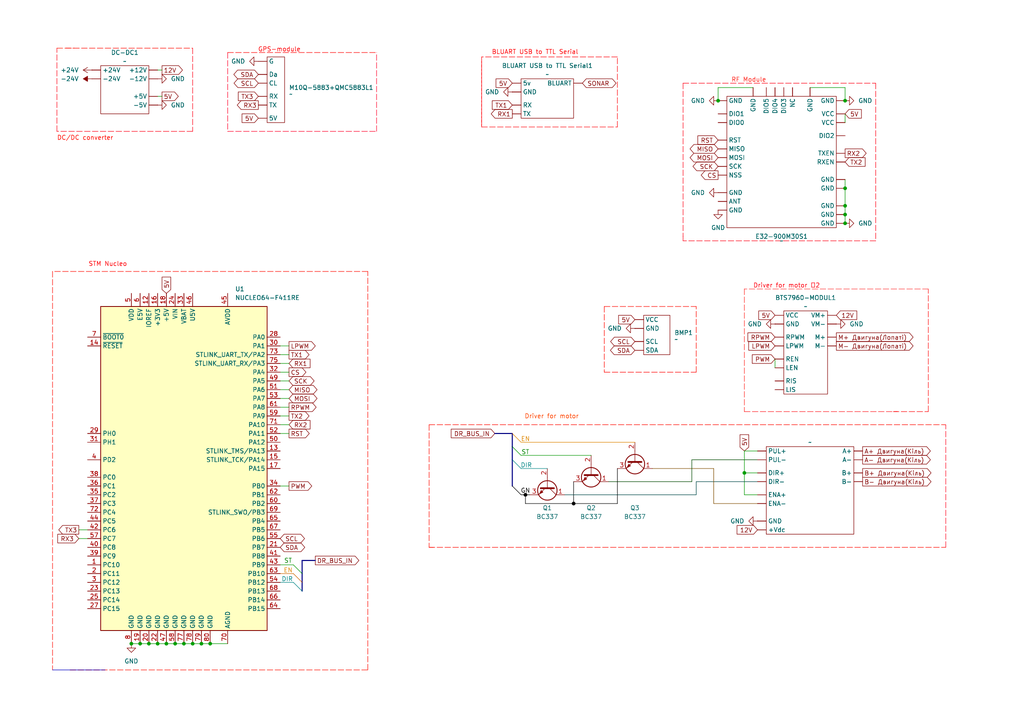
<source format=kicad_sch>
(kicad_sch (version 20250114) (generator "eeschema") (generator_version "9.0")
  (paper "A4")
  (lib_symbols
    (symbol "MCU_Module:NUCLEO64-F411RE"
      (property "Reference" "U" (at -17.78 50.165 0))
      (property "Value" "NUCLEO64-F411RE" (at -17.78 48.26 0))
      (symbol "NUCLEO64-F411RE_0_1"
        (rectangle (start -24.13 -46.99) (end 24.13 46.99) (stroke (width 0.254)) (fill (type background)))
      )
      (symbol "NUCLEO64-F411RE_1_1"
        (pin input line (at -27.94 38.1 0) (length 3.81) (name "~{BOOT0}") (number "7"))
        (pin input line (at -27.94 35.56 0) (length 3.81) (name "~{RESET}") (number "14"))
        (pin bidirectional line (at -27.94 10.16 0) (length 3.81) (name "PH0") (number "29"))
        (pin bidirectional line (at -27.94 7.62 0) (length 3.81) (name "PH1") (number "31"))
        (pin bidirectional line (at -27.94 2.54 0) (length 3.81) (name "PD2") (number "4"))
        (pin bidirectional line (at -27.94 -2.54 0) (length 3.81) (name "PC0") (number "38"))
        (pin bidirectional line (at -27.94 -5.08 0) (length 3.81) (name "PC1") (number "36"))
        (pin bidirectional line (at -27.94 -7.62 0) (length 3.81) (name "PC2") (number "35"))
        (pin bidirectional line (at -27.94 -10.16 0) (length 3.81) (name "PC3") (number "37"))
        (pin bidirectional line (at -27.94 -12.7 0) (length 3.81) (name "PC4") (number "72"))
        (pin bidirectional line (at -27.94 -15.24 0) (length 3.81) (name "PC5") (number "44"))
        (pin bidirectional line (at -27.94 -17.78 0) (length 3.81) (name "PC6") (number "42"))
        (pin bidirectional line (at -27.94 -20.32 0) (length 3.81) (name "PC7") (number "57"))
        (pin bidirectional line (at -27.94 -22.86 0) (length 3.81) (name "PC8") (number "40"))
        (pin bidirectional line (at -27.94 -25.4 0) (length 3.81) (name "PC9") (number "39"))
        (pin bidirectional line (at -27.94 -27.94 0) (length 3.81) (name "PC10") (number "1"))
        (pin bidirectional line (at -27.94 -30.48 0) (length 3.81) (name "PC11") (number "2"))
        (pin bidirectional line (at -27.94 -33.02 0) (length 3.81) (name "PC12") (number "3"))
        (pin bidirectional line (at -27.94 -35.56 0) (length 3.81) (name "PC13") (number "23"))
        (pin bidirectional line (at -27.94 -38.1 0) (length 3.81) (name "PC14") (number "25"))
        (pin bidirectional line (at -27.94 -40.64 0) (length 3.81) (name "PC15") (number "27"))
        (pin no_connect line (at -24.13 33.02 0) (length 3.81) (hide yes) (name "NC") (number "56"))
        (pin no_connect line (at -24.13 30.48 0) (length 3.81) (hide yes) (name "NC") (number "74"))
        (pin no_connect line (at -24.13 27.94 0) (length 3.81) (hide yes) (name "NC") (number "76"))
        (pin no_connect line (at -24.13 25.4 0) (length 3.81) (hide yes) (name "NC") (number "48"))
        (pin no_connect line (at -24.13 22.86 0) (length 3.81) (hide yes) (name "NC") (number "26"))
        (pin no_connect line (at -24.13 20.32 0) (length 3.81) (hide yes) (name "NC") (number "10"))
        (pin no_connect line (at -24.13 17.78 0) (length 3.81) (hide yes) (name "NC") (number "9"))
        (pin no_connect line (at -24.13 15.24 0) (length 3.81) (hide yes) (name "NC") (number "11"))
        (pin power_in line (at -15.24 50.8 270) (length 3.81) (name "VDD") (number "5"))
        (pin power_in line (at -15.24 -50.8 90) (length 3.81) (name "GND") (number "8"))
        (pin power_in line (at -12.7 50.8 270) (length 3.81) (name "E5V") (number "6"))
        (pin power_in line (at -12.7 -50.8 90) (length 3.81) (name "GND") (number "19"))
        (pin power_in line (at -10.16 50.8 270) (length 3.81) (name "IOREF") (number "12"))
        (pin power_in line (at -10.16 -50.8 90) (length 3.81) (name "GND") (number "20"))
        (pin power_in line (at -7.62 50.8 270) (length 3.81) (name "+3V3") (number "16"))
        (pin power_in line (at -7.62 -50.8 90) (length 3.81) (name "GND") (number "22"))
        (pin power_in line (at -5.08 50.8 270) (length 3.81) (name "+5V") (number "18"))
        (pin power_in line (at -5.08 -50.8 90) (length 3.81) (name "GND") (number "47"))
        (pin power_in line (at -2.54 50.8 270) (length 3.81) (name "VIN") (number "24"))
        (pin power_in line (at -2.54 -50.8 90) (length 3.81) (name "GND") (number "58"))
        (pin power_in line (at 0 50.8 270) (length 3.81) (name "VBAT") (number "33"))
        (pin power_in line (at 0 -50.8 90) (length 3.81) (name "GND") (number "77"))
        (pin power_in line (at 2.54 50.8 270) (length 3.81) (name "U5V") (number "46"))
        (pin power_in line (at 2.54 -50.8 90) (length 3.81) (name "GND") (number "78"))
        (pin power_in line (at 5.08 -50.8 90) (length 3.81) (name "GND") (number "79"))
        (pin power_in line (at 7.62 -50.8 90) (length 3.81) (name "GND") (number "80"))
        (pin power_in line (at 12.7 50.8 270) (length 3.81) (name "AVDD") (number "45"))
        (pin power_in line (at 12.7 -50.8 90) (length 3.81) (name "AGND") (number "70"))
        (pin bidirectional line (at 27.94 38.1 180) (length 3.81) (name "PA0") (number "28"))
        (pin bidirectional line (at 27.94 35.56 180) (length 3.81) (name "PA1") (number "30"))
        (pin bidirectional line (at 27.94 33.02 180) (length 3.81) (name "STLINK_UART_TX/PA2") (number "73"))
        (pin bidirectional line (at 27.94 30.48 180) (length 3.81) (name "STLINK_UART_RX/PA3") (number "75"))
        (pin bidirectional line (at 27.94 27.94 180) (length 3.81) (name "PA4") (number "32"))
        (pin bidirectional line (at 27.94 25.4 180) (length 3.81) (name "PA5") (number "49"))
        (pin bidirectional line (at 27.94 22.86 180) (length 3.81) (name "PA6") (number "51"))
        (pin bidirectional line (at 27.94 20.32 180) (length 3.81) (name "PA7") (number "53"))
        (pin bidirectional line (at 27.94 17.78 180) (length 3.81) (name "PA8") (number "61"))
        (pin bidirectional line (at 27.94 15.24 180) (length 3.81) (name "PA9") (number "59"))
        (pin bidirectional line (at 27.94 12.7 180) (length 3.81) (name "PA10") (number "71"))
        (pin bidirectional line (at 27.94 10.16 180) (length 3.81) (name "PA11") (number "52"))
        (pin bidirectional line (at 27.94 7.62 180) (length 3.81) (name "PA12") (number "50"))
        (pin bidirectional line (at 27.94 5.08 180) (length 3.81) (name "STLINK_TMS/PA13") (number "13"))
        (pin bidirectional line (at 27.94 2.54 180) (length 3.81) (name "STLINK_TCK/PA14") (number "15"))
        (pin bidirectional line (at 27.94 0 180) (length 3.81) (name "PA15") (number "17"))
        (pin bidirectional line (at 27.94 -5.08 180) (length 3.81) (name "PB0") (number "34"))
        (pin bidirectional line (at 27.94 -7.62 180) (length 3.81) (name "PB1") (number "62"))
        (pin bidirectional line (at 27.94 -10.16 180) (length 3.81) (name "PB2") (number "60"))
        (pin bidirectional line (at 27.94 -12.7 180) (length 3.81) (name "STLINK_SWO/PB3") (number "69"))
        (pin bidirectional line (at 27.94 -15.24 180) (length 3.81) (name "PB4") (number "65"))
        (pin bidirectional line (at 27.94 -17.78 180) (length 3.81) (name "PB5") (number "67"))
        (pin bidirectional line (at 27.94 -20.32 180) (length 3.81) (name "PB6") (number "55"))
        (pin bidirectional line (at 27.94 -22.86 180) (length 3.81) (name "PB7") (number "21"))
        (pin bidirectional line (at 27.94 -25.4 180) (length 3.81) (name "PB8") (number "41"))
        (pin bidirectional line (at 27.94 -27.94 180) (length 3.81) (name "PB9") (number "43"))
        (pin bidirectional line (at 27.94 -30.48 180) (length 3.81) (name "PB10") (number "63"))
        (pin bidirectional line (at 27.94 -33.02 180) (length 3.81) (name "PB12") (number "54"))
        (pin bidirectional line (at 27.94 -35.56 180) (length 3.81) (name "PB13") (number "68"))
        (pin bidirectional line (at 27.94 -38.1 180) (length 3.81) (name "PB14") (number "66"))
        (pin bidirectional line (at 27.94 -40.64 180) (length 3.81) (name "PB15") (number "64"))
      )
    )
    (symbol "New_Library:BLUART_USB_to_TTL_Serial"
      (property "Reference" "BLUART USB to TTL Serial" (at -5.842 14.478 0))
      (symbol "BLUART_USB_to_TTL_Serial_0_1"
        (rectangle (start -12.7 12.7) (end 2.54 1.27))
      )
      (symbol "BLUART_USB_to_TTL_Serial_1_1"
        (pin power_in line (at -15.24 11.43 0) (length 2.54) (name "5v") (number ""))
        (pin power_in line (at -15.24 8.89 0) (length 2.54) (name "GND") (number ""))
        (pin input line (at -15.24 5.08 0) (length 2.54) (name "RX") (number ""))
        (pin output line (at -15.24 2.54 0) (length 2.54) (name "TX") (number ""))
        (pin bidirectional line (at 5.08 11.43 180) (length 2.54) (name "BLUART") (number ""))
      )
    )
    (symbol "New_Library:BMP280"
      (property "Reference" "BMP280" (at -0.254 10.922 0))
      (symbol "BMP280_0_1"
        (rectangle (start -3.81 8.89) (end 3.81 -2.54))
      )
      (symbol "BMP280_1_1"
        (pin power_in line (at -6.35 7.62 0) (length 2.54) (name "VCC") (number ""))
        (pin power_in line (at -6.35 5.08 0) (length 2.54) (name "GND") (number ""))
        (pin bidirectional line (at -6.35 1.27 0) (length 2.54) (name "SCL") (number ""))
        (pin bidirectional line (at -6.35 -1.27 0) (length 2.54) (name "SDA") (number ""))
      )
    )
    (symbol "New_Library:DC-DC_каскад"
      (property "Reference" "DC-DC" (at -0.508 -0.254 0))
      (symbol "DC-DC_каскад_0_1"
        (rectangle (start -7.62 6.35) (end 6.35 -7.62))
      )
      (symbol "DC-DC_каскад_1_1"
        (pin power_in line (at -10.16 5.08 0) (length 2.54) (name "+24V") (number ""))
        (pin power_in line (at -10.16 2.54 0) (length 2.54) (name "-24V") (number ""))
        (pin power_out line (at 8.89 5.08 180) (length 2.54) (name "+12V") (number ""))
        (pin power_out line (at 8.89 2.54 180) (length 2.54) (name "-12V") (number ""))
        (pin power_out line (at 8.89 -2.54 180) (length 2.54) (name "+5V") (number ""))
        (pin power_out line (at 8.89 -5.08 180) (length 2.54) (name "-5V") (number ""))
      )
    )
    (symbol "New_Library:DM542"
      (symbol "DM542_0_1"
        (rectangle (start -12.7 10.16) (end 12.7 -15.24))
      )
      (symbol "DM542_1_1"
        (pin input line (at -15.24 8.89 0) (length 2.54) (name "PUL+") (number ""))
        (pin input line (at -15.24 6.35 0) (length 2.54) (name "PUL-") (number ""))
        (pin input line (at -15.24 2.54 0) (length 2.54) (name "DIR+") (number ""))
        (pin input line (at -15.24 0 0) (length 2.54) (name "DIR-") (number ""))
        (pin input line (at -15.24 -3.81 0) (length 2.54) (name "ENA+") (number ""))
        (pin input line (at -15.24 -6.35 0) (length 2.54) (name "ENA-") (number ""))
        (pin power_in line (at -15.24 -11.43 0) (length 2.54) (name "GND") (number ""))
        (pin power_in line (at -15.24 -13.97 0) (length 2.54) (name "+Vdc") (number ""))
        (pin output line (at 15.24 8.89 180) (length 2.54) (name "A+") (number ""))
        (pin output line (at 15.24 6.35 180) (length 2.54) (name "A-") (number ""))
        (pin output line (at 15.24 2.54 180) (length 2.54) (name "B+") (number ""))
        (pin output line (at 15.24 0 180) (length 2.54) (name "B-") (number ""))
      )
    )
    (symbol "New_Library:E32-900M30S"
      (property "Reference" "E32-900M30S" (at -1.778 -0.508 0))
      (symbol "E32-900M30S_0_1"
        (rectangle (start -17.78 19.05) (end 13.97 -19.05))
      )
      (symbol "E32-900M30S_1_1"
        (pin power_in line (at -20.32 17.78 0) (length 2.54) (name "GND") (number ""))
        (pin bidirectional line (at -20.32 13.97 0) (length 2.54) (name "DIO1") (number ""))
        (pin bidirectional line (at -20.32 11.43 0) (length 2.54) (name "DIO0") (number ""))
        (pin input line (at -20.32 6.35 0) (length 2.54) (name "RST") (number ""))
        (pin input line (at -20.32 3.81 0) (length 2.54) (name "MISO") (number ""))
        (pin output line (at -20.32 1.27 0) (length 2.54) (name "MOSI") (number ""))
        (pin input line (at -20.32 -1.27 0) (length 2.54) (name "SCK") (number ""))
        (pin input line (at -20.32 -3.81 0) (length 2.54) (name "NSS") (number ""))
        (pin power_in line (at -20.32 -8.89 0) (length 2.54) (name "GND") (number ""))
        (pin input line (at -20.32 -11.43 0) (length 2.54) (name "ANT") (number ""))
        (pin power_in line (at -20.32 -13.97 0) (length 2.54) (name "GND") (number ""))
        (pin power_in line (at -10.16 21.59 270) (length 2.54) (name "GND") (number ""))
        (pin bidirectional line (at -6.35 21.59 270) (length 2.54) (name "DIO5") (number ""))
        (pin bidirectional line (at -3.81 21.59 270) (length 2.54) (name "DIO4") (number ""))
        (pin bidirectional line (at -1.27 21.59 270) (length 2.54) (name "DIO3") (number ""))
        (pin free line (at 1.27 21.59 270) (length 2.54) (name "NC") (number ""))
        (pin power_in line (at 6.35 21.59 270) (length 2.54) (name "GND") (number ""))
        (pin power_in line (at 16.51 17.78 180) (length 2.54) (name "GND") (number ""))
        (pin power_in line (at 16.51 13.97 180) (length 2.54) (name "VCC") (number ""))
        (pin power_in line (at 16.51 11.43 180) (length 2.54) (name "VCC") (number ""))
        (pin bidirectional line (at 16.51 7.62 180) (length 2.54) (name "DIO2") (number ""))
        (pin bidirectional line (at 16.51 2.54 180) (length 2.54) (name "TXEN") (number ""))
        (pin bidirectional line (at 16.51 0 180) (length 2.54) (name "RXEN") (number ""))
        (pin power_in line (at 16.51 -5.08 180) (length 2.54) (name "GND") (number ""))
        (pin power_in line (at 16.51 -7.62 180) (length 2.54) (name "GND") (number ""))
        (pin power_in line (at 16.51 -12.7 180) (length 2.54) (name "GND") (number ""))
        (pin power_in line (at 16.51 -15.24 180) (length 2.54) (name "GND") (number ""))
        (pin power_in line (at 16.51 -17.78 180) (length 2.54) (name "GND") (number ""))
      )
    )
    (symbol "New_Library:M10Q-5883_+_QMC5883L"
      (property "Reference" "M10Q-5883+QMC5883L" (at -5.08 17.018 0))
      (symbol "M10Q-5883_+_QMC5883L_0_1"
        (rectangle (start -6.35 15.24) (end -1.27 -3.81))
      )
      (symbol "M10Q-5883_+_QMC5883L_1_1"
        (pin power_in line (at -8.89 13.97 0) (length 2.54) (name "G") (number ""))
        (pin bidirectional line (at -8.89 10.16 0) (length 2.54) (name "Da") (number ""))
        (pin bidirectional line (at -8.89 7.62 0) (length 2.54) (name "CL") (number ""))
        (pin bidirectional line (at -8.89 3.81 0) (length 2.54) (name "RX") (number ""))
        (pin bidirectional line (at -8.89 1.27 0) (length 2.54) (name "TX") (number ""))
        (pin power_in line (at -8.89 -2.54 0) (length 2.54) (name "5V") (number ""))
      )
    )
    (symbol "New_Library:bts7960"
      (property "Reference" "BTS7960-MODUL" (at 0 9.144 0))
      (symbol "bts7960_0_1"
        (rectangle (start -6.35 7.62) (end 6.35 -16.51))
      )
      (symbol "bts7960_1_1"
        (pin power_in line (at -8.89 6.35 0) (length 2.54) (name "VCC") (number ""))
        (pin power_in line (at -8.89 3.81 0) (length 2.54) (name "GND") (number ""))
        (pin input line (at -8.89 0 0) (length 2.54) (name "RPWM") (number ""))
        (pin input line (at -8.89 -2.54 0) (length 2.54) (name "LPWM") (number ""))
        (pin input line (at -8.89 -6.35 0) (length 2.54) (name "REN") (number ""))
        (pin input line (at -8.89 -8.89 0) (length 2.54) (name "LEN") (number ""))
        (pin input line (at -8.89 -12.7 0) (length 2.54) (name "RIS") (number ""))
        (pin input line (at -8.89 -15.24 0) (length 2.54) (name "LIS") (number ""))
        (pin power_in line (at 8.89 6.35 180) (length 2.54) (name "VM+") (number ""))
        (pin power_in line (at 8.89 3.81 180) (length 2.54) (name "VM-") (number ""))
        (pin power_in line (at 8.89 0 180) (length 2.54) (name "M+") (number ""))
        (pin power_in line (at 8.89 -2.54 180) (length 2.54) (name "M-") (number ""))
      )
    )
    (symbol "Transistor_BJT:BC337" (pin_names (offset 0) (hide yes))
      (property "Reference" "Q" (at 5.08 1.905 0))
      (property "Value" "BC337" (at 5.08 0 0))
      (symbol "BC337_0_1"
        (polyline (pts (xy -2.54 0) (xy 0.635 0)))
        (polyline (pts (xy 0.635 1.905) (xy 0.635 -1.905)) (stroke (width 0.508)))
        (circle (center 1.27 0) (radius 2.8194) (stroke (width 0.254)))
      )
      (symbol "BC337_1_1"
        (polyline (pts (xy 0.635 0.635) (xy 2.54 2.54)))
        (polyline (pts (xy 0.635 -0.635) (xy 2.54 -2.54)))
        (polyline (pts (xy 1.27 -1.778) (xy 1.778 -1.27) (xy 2.286 -2.286) (xy 1.27 -1.778)) (fill (type outline)))
        (pin input line (at -5.08 0 0) (length 2.54) (name "B") (number "2"))
        (pin passive line (at 2.54 5.08 270) (length 2.54) (name "C") (number "1"))
        (pin passive line (at 2.54 -5.08 90) (length 2.54) (name "E") (number "3"))
      )
    )
    (symbol "power:+24V" (power) (pin_numbers (hide yes)) (pin_names (offset 0) (hide yes))
      (property "Value" "+24V" (at 0 3.556 0))
      (symbol "+24V_0_1"
        (polyline (pts (xy -0.762 1.27) (xy 0 2.54)))
        (polyline (pts (xy 0 2.54) (xy 0.762 1.27)))
        (polyline (pts (xy 0 0) (xy 0 2.54)))
      )
      (symbol "+24V_1_1"
        (pin power_in line (at 0 0 90) (length 0) (name "~") (number "1"))
      )
    )
    (symbol "power:-24V" (power) (pin_numbers (hide yes)) (pin_names (offset 0) (hide yes))
      (property "Value" "-24V" (at 0 3.556 0))
      (symbol "-24V_0_0"
        (pin power_in line (at 0 0 90) (length 0) (name "~") (number "1"))
      )
      (symbol "-24V_0_1"
        (polyline (pts (xy 0 0) (xy 0 1.27) (xy 0.762 1.27) (xy 0 2.54) (xy -0.762 1.27) (xy 0 1.27)) (fill (type outline)))
      )
    )
    (symbol "power:GND" (power) (pin_numbers (hide yes)) (pin_names (offset 0) (hide yes))
      (property "Value" "GND" (at 0 -3.81 0))
      (symbol "GND_0_1"
        (polyline (pts (xy 0 0) (xy 0 -1.27) (xy 1.27 -1.27) (xy 0 -2.54) (xy -1.27 -1.27) (xy 0 -1.27)))
      )
      (symbol "GND_1_1"
        (pin power_in line (at 0 0 270) (length 0) (name "~") (number "1"))
      )
    )
  )
  (text "ST" (at 152.4 131.318 0) (effects (font (size 1.27 1.27))))
  (text "GN" (at 152.4 142.494 0) (effects (font (size 1.27 1.27))))
  (text "DC/DC converter   " (at 26.162 40.132 0) (effects (font (size 1.27 1.27))))
  (text "EN\n" (at 152.4 127.508 0) (effects (font (size 1.27 1.27))))
  (text "DIR" (at 152.654 135.128 0) (effects (font (size 1.27 1.27))))
  (text "GPS-module" (at 81.026 14.478 0) (effects (font (size 1.27 1.27))))
  (text "Driver for motor" (at 160.02 120.904 0) (effects (font (size 1.27 1.27))))
  (text "STM Nucleo " (at 31.75 76.708 0) (effects (font (size 1.27 1.27))))
  (text "BLUART USB to TTL Serial" (at 155.194 15.24 0) (effects (font (size 1.27 1.27))))
  (text "ST" (at 83.566 162.814 0) (effects (font (size 1.27 1.27))))
  (text "EN\n" (at 83.566 165.608 0) (effects (font (size 1.27 1.27))))
  (text "DIR" (at 83.312 168.148 0) (effects (font (size 1.27 1.27))))
  (junction (at 60.96 186.69))
  (junction (at 55.88 186.69))
  (junction (at 45.72 186.69))
  (junction (at 245.11 29.21))
  (junction (at 215.9 137.16))
  (junction (at 208.28 29.21))
  (junction (at 53.34 186.69))
  (junction (at 58.42 186.69))
  (junction (at 245.11 62.23))
  (junction (at 245.11 64.77))
  (junction (at 245.11 59.69))
  (junction (at 43.18 186.69))
  (junction (at 50.8 186.69))
  (junction (at 48.26 186.69))
  (junction (at 166.37 146.05) (color 0 0 0 1))
  (junction (at 38.1 186.69))
  (junction (at 245.11 54.61))
  (junction (at 152.4 143.51) (color 0 0 0 1))
  (junction (at 40.64 186.69))
  (bus_entry (at 85.09 163.83) (size 2.54 2.54))
  (bus_entry (at 148.59 129.54) (size 2.54 2.54))
  (bus_entry (at 85.09 168.91) (size 2.54 2.54) (stroke (width 0) (color 0 132 132 1)))
  (bus_entry (at 148.59 125.73) (size 2.54 2.54) (stroke (width 0) (color 221 133 0 1)))
  (bus_entry (at 148.59 133.35) (size 2.54 2.54) (stroke (width 0) (color 0 132 132 1)))
  (bus_entry (at 85.09 166.37) (size 2.54 2.54) (stroke (width 0) (color 204 102 0 1)))
  (bus_entry (at 148.59 140.97) (size 2.54 2.54) (stroke (width 0) (color 0 0 0 1)))
  (wire (pts (xy 83.82 123.19) (xy 81.28 123.19)))
  (wire (pts (xy 152.4 143.51) (xy 152.4 146.05)) (stroke (width 0) (color 0 0 0 1)))
  (polyline (pts (xy 106.68 194.31) (xy 106.68 78.74)) (stroke (width 0) (type dash) (color 255 10 0 1)))
  (wire (pts (xy 83.82 110.49) (xy 81.28 110.49)))
  (wire (pts (xy 179.07 135.89) (xy 179.07 146.05)) (stroke (width 0) (color 0 0 0 1)))
  (wire (pts (xy 50.8 186.69) (xy 48.26 186.69)))
  (polyline (pts (xy 109.22 38.1) (xy 109.22 15.24)) (stroke (width 0) (type dash) (color 255 0 40 1)))
  (bus (pts (xy 87.63 171.45) (xy 87.63 168.91)))
  (wire (pts (xy 81.28 166.37) (xy 85.09 166.37)) (stroke (width 0) (color 204 102 0 1)))
  (polyline (pts (xy 139.7 36.83) (xy 179.07 36.83)) (stroke (width 0) (type dash) (color 255 1 6 1)))
  (wire (pts (xy 22.86 153.67) (xy 25.4 153.67)))
  (polyline (pts (xy 198.12 68.58) (xy 198.12 69.85)) (stroke (width 0) (type dash) (color 255 5 24 1)))
  (polyline (pts (xy 175.26 107.95) (xy 201.93 107.95)) (stroke (width 0) (type dash) (color 255 0 1 1)))
  (polyline (pts (xy 215.9 119.38) (xy 260.35 119.38)) (stroke (width 0) (type dash) (color 255 28 33 1)))
  (wire (pts (xy 245.11 25.4) (xy 245.11 29.21)))
  (polyline (pts (xy 15.24 194.31) (xy 30.48 194.31)))
  (wire (pts (xy 83.82 140.97) (xy 81.28 140.97)))
  (polyline (pts (xy 198.12 24.13) (xy 198.12 68.58)) (stroke (width 0) (type dash) (color 255 0 20 1)))
  (wire (pts (xy 83.82 120.65) (xy 81.28 120.65)))
  (wire (pts (xy 176.53 139.7) (xy 200.66 139.7)) (stroke (width 0) (color 0 72 0 1)))
  (wire (pts (xy 215.9 130.81) (xy 219.71 130.81)))
  (polyline (pts (xy 124.46 158.75) (xy 274.32 158.75)) (stroke (width 0) (type dash) (color 255 9 0 1)))
  (wire (pts (xy 207.01 135.89) (xy 207.01 146.05)) (stroke (width 0) (color 128 77 0 1)))
  (polyline (pts (xy 179.07 36.83) (xy 179.07 16.51)) (stroke (width 0) (type dash) (color 255 1 6 1)))
  (bus (pts (xy 87.63 168.91) (xy 87.63 166.37)))
  (polyline (pts (xy 198.12 24.13) (xy 254 24.13)) (stroke (width 0) (type dash) (color 255 0 20 1)))
  (wire (pts (xy 166.37 146.05) (xy 179.07 146.05)) (stroke (width 0) (color 0 0 0 1)))
  (wire (pts (xy 245.11 59.69) (xy 245.11 62.23)))
  (wire (pts (xy 163.83 143.51) (xy 201.93 143.51)) (stroke (width 0) (color 0 72 72 1)))
  (wire (pts (xy 151.13 143.51) (xy 152.4 143.51)) (stroke (width 0) (color 0 0 0 1)))
  (polyline (pts (xy 106.68 78.74) (xy 15.24 78.74)) (stroke (width 0) (type dash) (color 255 10 0 1)))
  (polyline (pts (xy 19.05 13.97) (xy 55.88 13.97)) (stroke (width 0) (type dash) (color 255 9 1 1)))
  (bus (pts (xy 87.63 162.56) (xy 91.44 162.56)))
  (bus (pts (xy 148.59 125.73) (xy 148.59 129.54)))
  (polyline (pts (xy 269.24 119.38) (xy 269.24 83.82)) (stroke (width 0) (type dash) (color 255 18 20 1)))
  (wire (pts (xy 83.82 105.41) (xy 81.28 105.41)))
  (wire (pts (xy 53.34 186.69) (xy 50.8 186.69)))
  (bus (pts (xy 148.59 133.35) (xy 148.59 140.97)))
  (wire (pts (xy 245.11 33.02) (xy 245.11 35.56)))
  (polyline (pts (xy 215.9 83.82) (xy 215.9 119.38)) (stroke (width 0) (type dash) (color 255 38 32 1)))
  (wire (pts (xy 83.82 118.11) (xy 81.28 118.11)))
  (wire (pts (xy 201.93 143.51) (xy 201.93 139.7)) (stroke (width 0) (color 0 72 72 1)))
  (wire (pts (xy 200.66 133.35) (xy 219.71 133.35)) (stroke (width 0) (color 0 72 0 1)))
  (polyline (pts (xy 139.7 17.78) (xy 139.7 36.83)) (stroke (width 0) (type dash) (color 255 1 6 1)))
  (polyline (pts (xy 254 69.85) (xy 198.12 69.85)) (stroke (width 0) (type dash) (color 255 5 24 1)))
  (wire (pts (xy 200.66 139.7) (xy 200.66 133.35)) (stroke (width 0) (color 0 72 0 1)))
  (polyline (pts (xy 175.26 88.9) (xy 175.26 107.95)) (stroke (width 0) (type dash) (color 255 9 0 1)))
  (bus (pts (xy 148.59 129.54) (xy 148.59 133.35)))
  (wire (pts (xy 58.42 186.69) (xy 60.96 186.69)))
  (wire (pts (xy 83.82 107.95) (xy 81.28 107.95)))
  (wire (pts (xy 245.11 54.61) (xy 245.11 59.69)))
  (polyline (pts (xy 274.32 158.75) (xy 274.32 123.19)) (stroke (width 0) (type dash) (color 255 9 34 1)))
  (polyline (pts (xy 20.32 194.31) (xy 106.68 194.31)) (stroke (width 0) (type dash) (color 255 14 0 1)))
  (wire (pts (xy 219.71 143.51) (xy 215.9 143.51)))
  (polyline (pts (xy 179.07 16.51) (xy 139.7 16.51)) (stroke (width 0) (type dash) (color 255 0 9 1)))
  (polyline (pts (xy 139.7 16.51) (xy 139.7 36.83)) (stroke (width 0) (type dash) (color 255 1 6 1)))
  (wire (pts (xy 218.44 25.4) (xy 208.28 25.4)))
  (polyline (pts (xy 124.46 123.19) (xy 124.46 158.75)) (stroke (width 0) (type dash) (color 255 9 0 1)))
  (polyline (pts (xy 124.46 123.19) (xy 274.32 123.19)) (stroke (width 0) (type dash) (color 255 9 0 1)))
  (polyline (pts (xy 66.04 15.24) (xy 66.04 38.1)) (stroke (width 0) (type dash) (color 255 0 40 1)))
  (polyline (pts (xy 16.51 13.97) (xy 21.59 13.97)) (stroke (width 0) (type dash) (color 255 32 8 1)))
  (wire (pts (xy 152.4 143.51) (xy 153.67 143.51)) (stroke (width 0) (color 0 0 0 1)))
  (wire (pts (xy 38.1 186.69) (xy 40.64 186.69)))
  (wire (pts (xy 22.86 156.21) (xy 25.4 156.21)))
  (wire (pts (xy 215.9 143.51) (xy 215.9 137.16)))
  (polyline (pts (xy 201.93 107.95) (xy 201.93 88.9)) (stroke (width 0) (type dash) (color 255 9 0 1)))
  (wire (pts (xy 43.18 186.69) (xy 45.72 186.69)))
  (wire (pts (xy 245.11 52.07) (xy 245.11 54.61)))
  (polyline (pts (xy 269.24 83.82) (xy 215.9 83.82)) (stroke (width 0) (type dash) (color 255 60 61 1)))
  (wire (pts (xy 66.04 186.69) (xy 60.96 186.69)))
  (polyline (pts (xy 15.24 78.74) (xy 15.24 194.31)) (stroke (width 0) (type dash) (color 255 10 0 1)))
  (wire (pts (xy 208.28 25.4) (xy 208.28 29.21)))
  (bus (pts (xy 143.51 125.73) (xy 148.59 125.73)))
  (wire (pts (xy 55.88 186.69) (xy 58.42 186.69)))
  (wire (pts (xy 83.82 113.03) (xy 81.28 113.03)))
  (wire (pts (xy 43.18 186.69) (xy 40.64 186.69)))
  (polyline (pts (xy 16.51 38.1) (xy 16.51 13.97)) (stroke (width 0) (type dash) (color 255 1 21 1)))
  (wire (pts (xy 224.79 104.14) (xy 224.79 106.68)))
  (wire (pts (xy 166.37 139.7) (xy 166.37 146.05)) (stroke (width 0) (color 0 0 0 1)))
  (wire (pts (xy 81.28 168.91) (xy 85.09 168.91)) (stroke (width 0) (color 0 132 132 1)))
  (bus (pts (xy 87.63 166.37) (xy 87.63 162.56)))
  (polyline (pts (xy 66.04 15.24) (xy 109.22 15.24)) (stroke (width 0) (type dash) (color 255 0 1 1)))
  (polyline (pts (xy 55.88 38.1) (xy 16.51 38.1)) (stroke (width 0) (type dash) (color 255 1 21 1)))
  (wire (pts (xy 46.99 27.94) (xy 45.72 27.94)))
  (polyline (pts (xy 259.08 119.38) (xy 269.24 119.38)) (stroke (width 0) (type dash) (color 255 5 10 1)))
  (wire (pts (xy 48.26 186.69) (xy 45.72 186.69)))
  (wire (pts (xy 46.99 20.32) (xy 45.72 20.32)))
  (wire (pts (xy 245.11 62.23) (xy 245.11 64.77)))
  (wire (pts (xy 201.93 139.7) (xy 219.71 139.7)) (stroke (width 0) (color 0 72 72 1)))
  (polyline (pts (xy 254 24.13) (xy 254 69.85)) (stroke (width 0) (type dash) (color 255 5 24 1)))
  (polyline (pts (xy 66.04 38.1) (xy 109.22 38.1)) (stroke (width 0) (type dash) (color 255 0 40 1)))
  (wire (pts (xy 166.37 146.05) (xy 152.4 146.05)) (stroke (width 0) (color 0 0 0 1)))
  (wire (pts (xy 151.13 128.27) (xy 184.15 128.27)) (stroke (width 0) (color 221 133 0 1)))
  (wire (pts (xy 234.95 25.4) (xy 245.11 25.4)))
  (wire (pts (xy 55.88 186.69) (xy 53.34 186.69)))
  (wire (pts (xy 83.82 125.73) (xy 81.28 125.73)))
  (wire (pts (xy 189.23 135.89) (xy 207.01 135.89)) (stroke (width 0) (color 128 77 0 1)))
  (wire (pts (xy 83.82 115.57) (xy 81.28 115.57)))
  (wire (pts (xy 151.13 135.89) (xy 158.75 135.89)) (stroke (width 0) (color 0 132 132 1)))
  (wire (pts (xy 83.82 100.33) (xy 81.28 100.33)))
  (wire (pts (xy 219.71 137.16) (xy 215.9 137.16)))
  (polyline (pts (xy 175.26 88.9) (xy 201.93 88.9)) (stroke (width 0) (type dash) (color 255 9 0 1)))
  (wire (pts (xy 81.28 163.83) (xy 85.09 163.83)))
  (wire (pts (xy 215.9 137.16) (xy 215.9 130.81)))
  (wire (pts (xy 83.82 102.87) (xy 81.28 102.87)))
  (polyline (pts (xy 55.88 13.97) (xy 55.88 38.1)) (stroke (width 0) (type dash) (color 255 1 21 1)))
  (wire (pts (xy 151.13 132.08) (xy 171.45 132.08)))
  (wire (pts (xy 207.01 146.05) (xy 219.71 146.05)) (stroke (width 0) (color 128 77 0 1)))
  (polyline (pts (xy 124.46 158.75) (xy 125.73 158.75)) (stroke (width 0) (type dash) (color 255 9 0 1)))
  (label "RF Module" (at 212.09 24.13 0))
  (label "Driver for motor №2" (at 218.44 83.82 0))
  (global_label "5V" (shape input) (at 48.26 85.09 90) (property "Intersheetrefs" "${INTERSHEET_REFS}" (effects (hide yes))))
  (global_label "MISO" (shape bidirectional) (at 83.82 113.03 0) (property "Intersheetrefs" "${INTERSHEET_REFS}" (effects (hide yes))))
  (global_label "SCK" (shape bidirectional) (at 208.28 48.26 180) (property "Intersheetrefs" "${INTERSHEET_REFS}" (effects (hide yes))))
  (global_label "5V" (shape output) (at 46.99 27.94 0) (property "Intersheetrefs" "${INTERSHEET_REFS}" (effects (hide yes))))
  (global_label "TX2" (shape input) (at 245.11 46.99 0) (property "Intersheetrefs" "${INTERSHEET_REFS}" (effects (hide yes))))
  (global_label "LPWM" (shape input) (at 224.79 100.33 180) (property "Intersheetrefs" "${INTERSHEET_REFS}" (effects (hide yes))))
  (global_label "RX1" (shape output) (at 148.59 33.02 180) (property "Intersheetrefs" "${INTERSHEET_REFS}" (effects (hide yes))))
  (global_label "А+ Двигуна(Кіль)" (shape output) (at 250.19 130.81 0) (property "Intersheetrefs" "${INTERSHEET_REFS}" (effects (hide yes))))
  (global_label "5V" (shape input) (at 245.11 33.02 0) (property "Intersheetrefs" "${INTERSHEET_REFS}" (effects (hide yes))))
  (global_label "SCL" (shape bidirectional) (at 74.93 24.13 180) (property "Intersheetrefs" "${INTERSHEET_REFS}" (effects (hide yes))))
  (global_label "PWM" (shape input) (at 224.79 104.14 180) (property "Intersheetrefs" "${INTERSHEET_REFS}" (effects (hide yes))))
  (global_label "SCL" (shape bidirectional) (at 81.28 156.21 0) (property "Intersheetrefs" "${INTERSHEET_REFS}" (effects (hide yes))))
  (global_label "MISO" (shape bidirectional) (at 208.28 43.18 180) (property "Intersheetrefs" "${INTERSHEET_REFS}" (effects (hide yes))))
  (global_label "PWM" (shape output) (at 83.82 140.97 0) (property "Intersheetrefs" "${INTERSHEET_REFS}" (effects (hide yes))))
  (global_label "MOSI" (shape bidirectional) (at 83.82 115.57 0) (property "Intersheetrefs" "${INTERSHEET_REFS}" (effects (hide yes))))
  (global_label "TX2" (shape output) (at 83.82 120.65 0) (property "Intersheetrefs" "${INTERSHEET_REFS}" (effects (hide yes))))
  (global_label "DR_BUS_IN" (shape input) (at 143.51 125.73 180) (property "Intersheetrefs" "${INTERSHEET_REFS}" (effects (hide yes))))
  (global_label "5V" (shape input) (at 184.15 92.71 180) (property "Intersheetrefs" "${INTERSHEET_REFS}" (effects (hide yes))))
  (global_label "RX3" (shape input) (at 22.86 156.21 180) (property "Intersheetrefs" "${INTERSHEET_REFS}" (effects (hide yes))))
  (global_label "TX1" (shape input) (at 148.59 30.48 180) (property "Intersheetrefs" "${INTERSHEET_REFS}" (effects (hide yes))))
  (global_label "RX1" (shape input) (at 83.82 105.41 0) (property "Intersheetrefs" "${INTERSHEET_REFS}" (effects (hide yes))))
  (global_label "SCK" (shape bidirectional) (at 83.82 110.49 0) (property "Intersheetrefs" "${INTERSHEET_REFS}" (effects (hide yes))))
  (global_label "RPWM" (shape input) (at 224.79 97.79 180) (property "Intersheetrefs" "${INTERSHEET_REFS}" (effects (hide yes))))
  (global_label "SDA" (shape bidirectional) (at 184.15 101.6 180) (property "Intersheetrefs" "${INTERSHEET_REFS}" (effects (hide yes))))
  (global_label "5V" (shape input) (at 215.9 130.81 90) (property "Intersheetrefs" "${INTERSHEET_REFS}" (effects (hide yes))))
  (global_label "MOSI" (shape bidirectional) (at 208.28 45.72 180) (property "Intersheetrefs" "${INTERSHEET_REFS}" (effects (hide yes))))
  (global_label "RX2" (shape output) (at 245.11 44.45 0) (property "Intersheetrefs" "${INTERSHEET_REFS}" (effects (hide yes))))
  (global_label "LPWM" (shape output) (at 83.82 100.33 0) (property "Intersheetrefs" "${INTERSHEET_REFS}" (effects (hide yes))))
  (global_label "SCL" (shape bidirectional) (at 184.15 99.06 180) (property "Intersheetrefs" "${INTERSHEET_REFS}" (effects (hide yes))))
  (global_label "5V" (shape input) (at 74.93 34.29 180) (property "Intersheetrefs" "${INTERSHEET_REFS}" (effects (hide yes))))
  (global_label "12V" (shape output) (at 46.99 20.32 0) (property "Intersheetrefs" "${INTERSHEET_REFS}" (effects (hide yes))))
  (global_label "TX1" (shape output) (at 83.82 102.87 0) (property "Intersheetrefs" "${INTERSHEET_REFS}" (effects (hide yes))))
  (global_label "TX3" (shape input) (at 74.93 27.94 180) (property "Intersheetrefs" "${INTERSHEET_REFS}" (effects (hide yes))))
  (global_label "В- Двигуна(Кіль)" (shape output) (at 250.19 139.7 0) (property "Intersheetrefs" "${INTERSHEET_REFS}" (effects (hide yes))))
  (global_label "В+ Двигуна(Кіль)" (shape output) (at 250.19 137.16 0) (property "Intersheetrefs" "${INTERSHEET_REFS}" (effects (hide yes))))
  (global_label "RPWM" (shape output) (at 83.82 118.11 0) (property "Intersheetrefs" "${INTERSHEET_REFS}" (effects (hide yes))))
  (global_label "M- Двигуна(Лопаті)" (shape output) (at 242.57 100.33 0) (property "Intersheetrefs" "${INTERSHEET_REFS}" (effects (hide yes))))
  (global_label "RST" (shape input) (at 208.28 40.64 180) (property "Intersheetrefs" "${INTERSHEET_REFS}" (effects (hide yes))))
  (global_label "RX2" (shape input) (at 83.82 123.19 0) (property "Intersheetrefs" "${INTERSHEET_REFS}" (effects (hide yes))))
  (global_label "CS" (shape output) (at 83.82 107.95 0) (property "Intersheetrefs" "${INTERSHEET_REFS}" (effects (hide yes))))
  (global_label "А- Двигуна(Кіль)" (shape output) (at 250.19 133.35 0) (property "Intersheetrefs" "${INTERSHEET_REFS}" (effects (hide yes))))
  (global_label "M+ Двигуна(Лопаті)" (shape output) (at 242.57 97.79 0) (property "Intersheetrefs" "${INTERSHEET_REFS}" (effects (hide yes))))
  (global_label "CS" (shape output) (at 208.28 50.8 180) (property "Intersheetrefs" "${INTERSHEET_REFS}" (effects (hide yes))))
  (global_label "SDA" (shape bidirectional) (at 81.28 158.75 0) (property "Intersheetrefs" "${INTERSHEET_REFS}" (effects (hide yes))))
  (global_label "12V" (shape input) (at 219.71 153.67 180) (property "Intersheetrefs" "${INTERSHEET_REFS}" (effects (hide yes))))
  (global_label "RST" (shape output) (at 83.82 125.73 0) (property "Intersheetrefs" "${INTERSHEET_REFS}" (effects (hide yes))))
  (global_label "5V" (shape input) (at 224.79 91.44 180) (property "Intersheetrefs" "${INTERSHEET_REFS}" (effects (hide yes))))
  (global_label "DR_BUS_IN" (shape output) (at 91.44 162.56 0) (property "Intersheetrefs" "${INTERSHEET_REFS}" (effects (hide yes))))
  (global_label "RX3" (shape output) (at 74.93 30.48 180) (property "Intersheetrefs" "${INTERSHEET_REFS}" (effects (hide yes))))
  (global_label "SONAR" (shape bidirectional) (at 168.91 24.13 0) (property "Intersheetrefs" "${INTERSHEET_REFS}" (effects (hide yes))))
  (global_label "TX3" (shape output) (at 22.86 153.67 180) (property "Intersheetrefs" "${INTERSHEET_REFS}" (effects (hide yes))))
  (global_label "12V" (shape input) (at 242.57 91.44 0) (property "Intersheetrefs" "${INTERSHEET_REFS}" (effects (hide yes))))
  (global_label "SDA" (shape bidirectional) (at 74.93 21.59 180) (property "Intersheetrefs" "${INTERSHEET_REFS}" (effects (hide yes))))
  (global_label "5V" (shape input) (at 148.59 24.13 180) (property "Intersheetrefs" "${INTERSHEET_REFS}" (effects (hide yes))))
  (symbol (lib_id "power:GND") (at 148.59 26.67 270) (unit 1)
    (property "Reference" "#PWR07" (effects (hide yes)))
    (property "Value" "GND" (at 144.78 26.6699 90) (effects (justify right)))
    (property "Description" "Power symbol creates a global label with name \"GND\" , ground" (effects (hide yes)))
  )
  (symbol (lib_id "MCU_Module:NUCLEO64-F411RE") (at 53.34 135.89 0) (unit 1)
    (property "Reference" "U1" (at 68.1833 83.82 0) (effects (justify left)))
    (property "Value" "NUCLEO64-F411RE" (at 68.1833 86.36 0) (effects (justify left)))
    (property "Footprint" "Module:ST_Morpho_Connector_144_STLink" (effects (hide yes)))
    (property "Datasheet" "http://www.st.com/st-web-ui/static/active/en/resource/technical/document/data_brief/DM00105918.pdf" (effects (hide yes)))
    (property "Description" "Nucleo 64 Development Board with STM32F411RET6 MCU, 128kB RAM, 512KB FLASH" (effects (hide yes)))
  )
  (symbol (lib_id "power:GND") (at 208.28 29.21 270) (unit 1)
    (property "Reference" "#PWR08" (effects (hide yes)))
    (property "Value" "GND" (at 204.47 29.2099 90) (effects (justify right)))
    (property "Description" "Power symbol creates a global label with name \"GND\" , ground" (effects (hide yes)))
  )
  (symbol (lib_id "Transistor_BJT:BC337") (at 158.75 140.97 270) (unit 1)
    (property "Reference" "Q1" (at 158.75 147.32 90))
    (property "Value" "BC337" (at 158.75 149.86 90))
    (property "Footprint" "Package_TO_SOT_THT:TO-92_Inline" (effects (hide yes)))
    (property "Datasheet" "https://diotec.com/tl_files/diotec/files/pdf/datasheets/bc337.pdf" (effects (hide yes)))
    (property "Description" "0.8A Ic, 45V Vce, NPN Transistor, TO-92" (effects (hide yes)))
  )
  (symbol (lib_id "New_Library:DC-DC_каскад") (at 36.83 25.4 0) (unit 1)
    (property "Reference" "DC-DC1" (at 36.195 15.24 0))
    (property "Value" "~" (at 36.195 17.78 0))
  )
  (symbol (lib_id "power:GND") (at 219.71 151.13 270) (unit 1)
    (property "Reference" "#PWR014" (effects (hide yes)))
    (property "Value" "GND" (at 215.9 151.1299 90) (effects (justify right)))
    (property "Description" "Power symbol creates a global label with name \"GND\" , ground" (effects (hide yes)))
  )
  (symbol (lib_id "New_Library:BMP280") (at 190.5 100.33 0) (unit 1)
    (property "Reference" "BMP1" (at 195.58 96.5199 0) (effects (justify left)))
    (property "Value" "~" (at 195.58 98.425 0) (effects (justify left)))
  )
  (symbol (lib_id "power:GND") (at 245.11 64.77 90) (unit 1)
    (property "Reference" "#PWR011" (effects (hide yes)))
    (property "Value" "GND" (at 248.92 64.7699 90) (effects (justify right)))
    (property "Description" "Power symbol creates a global label with name \"GND\" , ground" (effects (hide yes)))
  )
  (symbol (lib_id "power:GND") (at 224.79 93.98 270) (unit 1)
    (property "Reference" "#PWR06" (effects (hide yes)))
    (property "Value" "GND" (at 220.98 93.9799 90) (effects (justify right)))
    (property "Description" "Power symbol creates a global label with name \"GND\" , ground" (effects (hide yes)))
  )
  (symbol (lib_id "power:-24V") (at 26.67 22.86 90) (unit 1)
    (property "Reference" "#PWR02" (effects (hide yes)))
    (property "Value" "-24V" (at 22.86 22.8599 90) (effects (justify left)))
    (property "Description" "Power symbol creates a global label with name \"-24V\"" (effects (hide yes)))
  )
  (symbol (lib_id "power:GND") (at 74.93 17.78 270) (unit 1)
    (property "Reference" "#PWR013" (effects (hide yes)))
    (property "Value" "GND" (at 71.12 17.7799 90) (effects (justify right)))
    (property "Description" "Power symbol creates a global label with name \"GND\" , ground" (effects (hide yes)))
  )
  (symbol (lib_id "Transistor_BJT:BC337") (at 184.15 133.35 270) (unit 1)
    (property "Reference" "Q3" (at 184.15 147.32 90))
    (property "Value" "BC337" (at 184.15 149.86 90))
    (property "Footprint" "Package_TO_SOT_THT:TO-92_Inline" (effects (hide yes)))
    (property "Datasheet" "https://diotec.com/tl_files/diotec/files/pdf/datasheets/bc337.pdf" (effects (hide yes)))
    (property "Description" "0.8A Ic, 45V Vce, NPN Transistor, TO-92" (effects (hide yes)))
  )
  (symbol (lib_id "New_Library:M10Q-5883_+_QMC5883L") (at 83.82 31.75 0) (unit 1)
    (property "Reference" "M10Q-5883+QMC5883L1" (at 83.82 25.3999 0) (effects (justify left)))
    (property "Value" "~" (at 83.82 27.305 0) (effects (justify left)))
  )
  (symbol (lib_id "New_Library:bts7960") (at 233.68 97.79 0) (unit 1)
    (property "Reference" "BTS7960-MODUL1" (at 233.68 86.36 0))
    (property "Value" "~" (at 233.68 88.9 0))
  )
  (symbol (lib_id "power:+24V") (at 26.67 20.32 90) (unit 1)
    (property "Reference" "#PWR01" (effects (hide yes)))
    (property "Value" "+24V" (at 22.86 20.3199 90) (effects (justify left)))
    (property "Description" "Power symbol creates a global label with name \"+24V\"" (effects (hide yes)))
  )
  (symbol (lib_id "New_Library:E32-900M30S") (at 228.6 46.99 0) (unit 1)
    (property "Reference" "E32-900M30S1" (at 226.695 68.58 0))
    (property "Value" "~" (at 226.695 69.85 0))
  )
  (symbol (lib_id "Transistor_BJT:BC337") (at 171.45 137.16 270) (unit 1)
    (property "Reference" "Q2" (at 171.45 147.32 90))
    (property "Value" "BC337" (at 171.45 149.86 90))
    (property "Footprint" "Package_TO_SOT_THT:TO-92_Inline" (effects (hide yes)))
    (property "Datasheet" "https://diotec.com/tl_files/diotec/files/pdf/datasheets/bc337.pdf" (effects (hide yes)))
    (property "Description" "0.8A Ic, 45V Vce, NPN Transistor, TO-92" (effects (hide yes)))
  )
  (symbol (lib_id "New_Library:BLUART_USB_to_TTL_Serial") (at 163.83 35.56 0) (unit 1)
    (property "Reference" "BLUART USB to TTL Serial1" (at 158.75 19.05 0))
    (property "Value" "~" (at 158.75 21.59 0))
  )
  (symbol (lib_id "power:GND") (at 245.11 29.21 90) (unit 1)
    (property "Reference" "#PWR012" (effects (hide yes)))
    (property "Value" "GND" (at 248.92 29.2099 90) (effects (justify right)))
    (property "Description" "Power symbol creates a global label with name \"GND\" , ground" (effects (hide yes)))
  )
  (symbol (lib_id "power:GND") (at 38.1 186.69 0) (unit 1)
    (property "Reference" "#PWR05" (effects (hide yes)))
    (property "Value" "GND" (at 38.1 191.77 0))
    (property "Description" "Power symbol creates a global label with name \"GND\" , ground" (effects (hide yes)))
  )
  (symbol (lib_id "power:GND") (at 184.15 95.25 270) (unit 1)
    (property "Reference" "#PWR016" (effects (hide yes)))
    (property "Value" "GND" (at 180.34 95.2499 90) (effects (justify right)))
    (property "Description" "Power symbol creates a global label with name \"GND\" , ground" (effects (hide yes)))
  )
  (symbol (lib_id "power:GND") (at 45.72 30.48 90) (unit 1)
    (property "Reference" "#PWR03" (effects (hide yes)))
    (property "Value" "GND" (at 49.53 30.4799 90) (effects (justify right)))
    (property "Description" "Power symbol creates a global label with name \"GND\" , ground" (effects (hide yes)))
  )
  (symbol (lib_id "New_Library:DM542") (at 234.95 139.7 0) (unit 1)
    (property "Reference" "DM1" (effects (hide yes)))
    (property "Value" "~" (at 234.95 128.27 0))
  )
  (symbol (lib_id "power:GND") (at 208.28 55.88 270) (unit 1)
    (property "Reference" "#PWR09" (effects (hide yes)))
    (property "Value" "GND" (at 204.47 55.8799 90) (effects (justify right)))
    (property "Description" "Power symbol creates a global label with name \"GND\" , ground" (effects (hide yes)))
  )
  (symbol (lib_id "power:GND") (at 45.72 22.86 90) (unit 1)
    (property "Reference" "#PWR04" (effects (hide yes)))
    (property "Value" "GND" (at 49.53 22.8599 90) (effects (justify right)))
    (property "Description" "Power symbol creates a global label with name \"GND\" , ground" (effects (hide yes)))
  )
  (symbol (lib_id "power:GND") (at 242.57 93.98 90) (unit 1)
    (property "Reference" "#PWR015" (effects (hide yes)))
    (property "Value" "GND" (at 246.38 93.9799 90) (effects (justify right)))
    (property "Description" "Power symbol creates a global label with name \"GND\" , ground" (effects (hide yes)))
  )
  (symbol (lib_id "power:GND") (at 208.28 60.96 0) (unit 1)
    (property "Reference" "#PWR010" (effects (hide yes)))
    (property "Value" "GND" (at 208.28 66.04 0))
    (property "Description" "Power symbol creates a global label with name \"GND\" , ground" (effects (hide yes)))
  )
)
</source>
